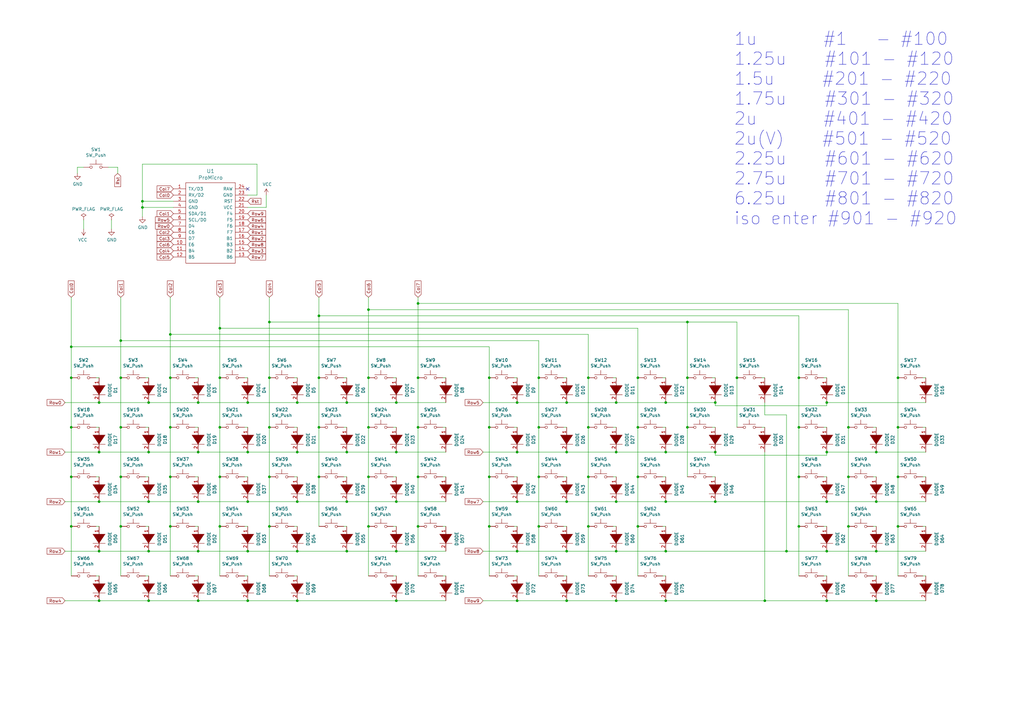
<source format=kicad_sch>
(kicad_sch (version 20230121) (generator eeschema)
  (paper "A3")
  (junction (at 347.98 195.58))
  (junction (at 29.21 175.26))
  (junction (at 327.66 154.94))
  (junction (at 359.41 246.38))
  (junction (at 81.28 185.42))
  (junction (at 60.96 165.1))
  (junction (at 339.09 185.42))
  (junction (at 162.56 185.42))
  (junction (at 171.45 154.94))
  (junction (at 212.09 226.06))
  (junction (at 29.21 215.9))
  (junction (at 252.73 185.42))
  (junction (at 29.21 142.24))
  (junction (at 60.96 246.38))
  (junction (at 293.37 185.42))
  (junction (at 322.58 226.06))
  (junction (at 359.41 185.42))
  (junction (at 200.66 175.26))
  (junction (at 69.85 175.26))
  (junction (at 151.13 175.26))
  (junction (at 49.53 139.7))
  (junction (at 273.05 226.06))
  (junction (at 40.64 205.74))
  (junction (at 252.73 165.1))
  (junction (at 241.3 154.94))
  (junction (at 220.98 215.9))
  (junction (at 90.17 134.62))
  (junction (at 293.37 165.1))
  (junction (at 60.96 185.42))
  (junction (at 171.45 215.9))
  (junction (at 232.41 185.42))
  (junction (at 90.17 154.94))
  (junction (at 273.05 185.42))
  (junction (at 90.17 175.26))
  (junction (at 220.98 175.26))
  (junction (at 212.09 185.42))
  (junction (at 281.94 154.94))
  (junction (at 232.41 226.06))
  (junction (at 339.09 226.06))
  (junction (at 200.66 154.94))
  (junction (at 81.28 226.06))
  (junction (at 121.92 205.74))
  (junction (at 359.41 226.06))
  (junction (at 130.81 129.54))
  (junction (at 29.21 154.94))
  (junction (at 232.41 205.74))
  (junction (at 339.09 205.74))
  (junction (at 171.45 175.26))
  (junction (at 69.85 215.9))
  (junction (at 162.56 246.38))
  (junction (at 232.41 165.1))
  (junction (at 121.92 185.42))
  (junction (at 347.98 215.9))
  (junction (at 151.13 154.94))
  (junction (at 49.53 175.26))
  (junction (at 29.21 195.58))
  (junction (at 200.66 215.9))
  (junction (at 142.24 185.42))
  (junction (at 110.49 215.9))
  (junction (at 273.05 205.74))
  (junction (at 69.85 154.94))
  (junction (at 232.41 246.38))
  (junction (at 220.98 195.58))
  (junction (at 241.3 175.26))
  (junction (at 90.17 195.58))
  (junction (at 261.62 154.94))
  (junction (at 252.73 226.06))
  (junction (at 327.66 215.9))
  (junction (at 40.64 165.1))
  (junction (at 162.56 165.1))
  (junction (at 130.81 175.26))
  (junction (at 101.6 165.1))
  (junction (at 110.49 175.26))
  (junction (at 347.98 175.26))
  (junction (at 261.62 195.58))
  (junction (at 90.17 215.9))
  (junction (at 162.56 226.06))
  (junction (at 110.49 132.08))
  (junction (at 151.13 215.9))
  (junction (at 327.66 195.58))
  (junction (at 293.37 205.74))
  (junction (at 368.3 154.94))
  (junction (at 151.13 195.58))
  (junction (at 339.09 165.1))
  (junction (at 151.13 127))
  (junction (at 121.92 226.06))
  (junction (at 241.3 195.58))
  (junction (at 212.09 246.38))
  (junction (at 252.73 205.74))
  (junction (at 130.81 195.58))
  (junction (at 212.09 205.74))
  (junction (at 101.6 185.42))
  (junction (at 101.6 205.74))
  (junction (at 252.73 246.38))
  (junction (at 40.64 185.42))
  (junction (at 101.6 226.06))
  (junction (at 220.98 154.94))
  (junction (at 58.42 82.55))
  (junction (at 49.53 215.9))
  (junction (at 273.05 165.1))
  (junction (at 81.28 246.38))
  (junction (at 241.3 215.9))
  (junction (at 40.64 246.38))
  (junction (at 281.94 132.08))
  (junction (at 261.62 175.26))
  (junction (at 110.49 154.94))
  (junction (at 273.05 246.38))
  (junction (at 60.96 226.06))
  (junction (at 261.62 215.9))
  (junction (at 171.45 195.58))
  (junction (at 58.42 85.09))
  (junction (at 327.66 175.26))
  (junction (at 69.85 195.58))
  (junction (at 302.26 154.94))
  (junction (at 200.66 195.58))
  (junction (at 121.92 246.38))
  (junction (at 142.24 226.06))
  (junction (at 171.45 124.46))
  (junction (at 130.81 154.94))
  (junction (at 60.96 205.74))
  (junction (at 359.41 205.74))
  (junction (at 110.49 195.58))
  (junction (at 142.24 205.74))
  (junction (at 313.69 246.38))
  (junction (at 212.09 165.1))
  (junction (at 121.92 165.1))
  (junction (at 142.24 165.1))
  (junction (at 368.3 175.26))
  (junction (at 81.28 165.1))
  (junction (at 101.6 246.38))
  (junction (at 368.3 215.9))
  (junction (at 40.64 226.06))
  (junction (at 368.3 195.58))
  (junction (at 69.85 137.16))
  (junction (at 49.53 154.94))
  (junction (at 339.09 246.38))
  (junction (at 81.28 205.74))
  (junction (at 49.53 195.58))
  (junction (at 281.94 175.26))
  (junction (at 162.56 205.74))
  (no_connect (at 101.6 77.47))
  (wire (pts (xy 40.64 165.1) (xy 26.67 165.1)))
  (wire (pts (xy 312.42 154.94) (xy 313.69 154.94)))
  (wire (pts (xy 252.73 175.26) (xy 251.46 175.26)))
  (wire (pts (xy 281.94 132.08) (xy 302.26 132.08)))
  (wire (pts (xy 120.65 175.26) (xy 121.92 175.26)))
  (wire (pts (xy 40.64 226.06) (xy 26.67 226.06)))
  (wire (pts (xy 60.96 246.38) (xy 40.64 246.38)))
  (wire (pts (xy 69.85 121.92) (xy 69.85 137.16)))
  (wire (pts (xy 273.05 205.74) (xy 293.37 205.74)))
  (wire (pts (xy 293.37 186.69) (xy 339.09 186.69)))
  (wire (pts (xy 142.24 215.9) (xy 140.97 215.9)))
  (wire (pts (xy 261.62 175.26) (xy 261.62 154.94)))
  (wire (pts (xy 151.13 215.9) (xy 151.13 195.58)))
  (wire (pts (xy 339.09 246.38) (xy 359.41 246.38)))
  (wire (pts (xy 39.37 154.94) (xy 40.64 154.94)))
  (wire (pts (xy 40.64 205.74) (xy 60.96 205.74)))
  (wire (pts (xy 80.01 195.58) (xy 81.28 195.58)))
  (wire (pts (xy 293.37 166.37) (xy 339.09 166.37)))
  (wire (pts (xy 26.67 205.74) (xy 40.64 205.74)))
  (wire (pts (xy 252.73 185.42) (xy 232.41 185.42)))
  (wire (pts (xy 49.53 121.92) (xy 49.53 139.7)))
  (wire (pts (xy 281.94 175.26) (xy 281.94 154.94)))
  (wire (pts (xy 90.17 215.9) (xy 90.17 236.22)))
  (wire (pts (xy 100.33 236.22) (xy 101.6 236.22)))
  (wire (pts (xy 313.69 170.18) (xy 313.69 165.1)))
  (wire (pts (xy 327.66 215.9) (xy 327.66 195.58)))
  (wire (pts (xy 232.41 185.42) (xy 212.09 185.42)))
  (wire (pts (xy 368.3 124.46) (xy 171.45 124.46)))
  (wire (pts (xy 293.37 205.74) (xy 339.09 205.74)))
  (wire (pts (xy 151.13 121.92) (xy 151.13 127)))
  (wire (pts (xy 59.69 195.58) (xy 60.96 195.58)))
  (wire (pts (xy 39.37 195.58) (xy 40.64 195.58)))
  (wire (pts (xy 69.85 137.16) (xy 69.85 154.94)))
  (wire (pts (xy 241.3 195.58) (xy 241.3 175.26)))
  (wire (pts (xy 140.97 175.26) (xy 142.24 175.26)))
  (wire (pts (xy 101.6 154.94) (xy 100.33 154.94)))
  (wire (pts (xy 69.85 236.22) (xy 69.85 215.9)))
  (wire (pts (xy 358.14 236.22) (xy 359.41 236.22)))
  (wire (pts (xy 121.92 205.74) (xy 101.6 205.74)))
  (wire (pts (xy 252.73 215.9) (xy 251.46 215.9)))
  (wire (pts (xy 90.17 195.58) (xy 90.17 175.26)))
  (wire (pts (xy 231.14 195.58) (xy 232.41 195.58)))
  (wire (pts (xy 121.92 185.42) (xy 101.6 185.42)))
  (wire (pts (xy 232.41 226.06) (xy 212.09 226.06)))
  (wire (pts (xy 379.73 205.74) (xy 359.41 205.74)))
  (wire (pts (xy 58.42 82.55) (xy 58.42 85.09)))
  (wire (pts (xy 212.09 226.06) (xy 198.12 226.06)))
  (wire (pts (xy 182.88 215.9) (xy 181.61 215.9)))
  (wire (pts (xy 110.49 121.92) (xy 110.49 132.08)))
  (wire (pts (xy 379.73 226.06) (xy 359.41 226.06)))
  (wire (pts (xy 200.66 142.24) (xy 200.66 154.94)))
  (wire (pts (xy 59.69 236.22) (xy 60.96 236.22)))
  (wire (pts (xy 220.98 139.7) (xy 220.98 154.94)))
  (wire (pts (xy 121.92 226.06) (xy 101.6 226.06)))
  (wire (pts (xy 261.62 195.58) (xy 261.62 175.26)))
  (wire (pts (xy 110.49 236.22) (xy 110.49 215.9)))
  (wire (pts (xy 101.6 205.74) (xy 81.28 205.74)))
  (wire (pts (xy 212.09 165.1) (xy 198.12 165.1)))
  (wire (pts (xy 26.67 185.42) (xy 40.64 185.42)))
  (wire (pts (xy 359.41 185.42) (xy 339.09 185.42)))
  (wire (pts (xy 337.82 175.26) (xy 339.09 175.26)))
  (wire (pts (xy 69.85 175.26) (xy 69.85 154.94)))
  (wire (pts (xy 142.24 205.74) (xy 121.92 205.74)))
  (wire (pts (xy 110.49 195.58) (xy 110.49 175.26)))
  (wire (pts (xy 49.53 139.7) (xy 49.53 154.94)))
  (wire (pts (xy 313.69 185.42) (xy 313.69 246.38)))
  (wire (pts (xy 130.81 195.58) (xy 130.81 175.26)))
  (wire (pts (xy 151.13 175.26) (xy 151.13 154.94)))
  (wire (pts (xy 359.41 226.06) (xy 339.09 226.06)))
  (wire (pts (xy 232.41 165.1) (xy 212.09 165.1)))
  (wire (pts (xy 121.92 246.38) (xy 162.56 246.38)))
  (wire (pts (xy 358.14 195.58) (xy 359.41 195.58)))
  (wire (pts (xy 232.41 215.9) (xy 231.14 215.9)))
  (wire (pts (xy 368.3 124.46) (xy 368.3 154.94)))
  (wire (pts (xy 220.98 175.26) (xy 220.98 154.94)))
  (wire (pts (xy 337.82 195.58) (xy 339.09 195.58)))
  (wire (pts (xy 322.58 170.18) (xy 322.58 226.06)))
  (wire (pts (xy 337.82 215.9) (xy 339.09 215.9)))
  (wire (pts (xy 80.01 236.22) (xy 81.28 236.22)))
  (wire (pts (xy 200.66 175.26) (xy 200.66 154.94)))
  (wire (pts (xy 347.98 236.22) (xy 347.98 215.9)))
  (wire (pts (xy 378.46 154.94) (xy 379.73 154.94)))
  (wire (pts (xy 273.05 226.06) (xy 252.73 226.06)))
  (wire (pts (xy 313.69 246.38) (xy 339.09 246.38)))
  (wire (pts (xy 90.17 134.62) (xy 261.62 134.62)))
  (wire (pts (xy 29.21 154.94) (xy 29.21 175.26)))
  (wire (pts (xy 162.56 246.38) (xy 182.88 246.38)))
  (wire (pts (xy 182.88 226.06) (xy 162.56 226.06)))
  (wire (pts (xy 368.3 154.94) (xy 368.3 175.26)))
  (wire (pts (xy 142.24 226.06) (xy 121.92 226.06)))
  (wire (pts (xy 212.09 205.74) (xy 198.12 205.74)))
  (wire (pts (xy 69.85 137.16) (xy 241.3 137.16)))
  (wire (pts (xy 293.37 175.26) (xy 292.1 175.26)))
  (wire (pts (xy 121.92 165.1) (xy 101.6 165.1)))
  (wire (pts (xy 378.46 175.26) (xy 379.73 175.26)))
  (wire (pts (xy 302.26 132.08) (xy 302.26 154.94)))
  (wire (pts (xy 29.21 236.22) (xy 29.21 215.9)))
  (wire (pts (xy 151.13 127) (xy 347.98 127)))
  (wire (pts (xy 212.09 246.38) (xy 232.41 246.38)))
  (wire (pts (xy 261.62 134.62) (xy 261.62 154.94)))
  (wire (pts (xy 69.85 215.9) (xy 69.85 195.58)))
  (wire (pts (xy 120.65 236.22) (xy 121.92 236.22)))
  (wire (pts (xy 100.33 195.58) (xy 101.6 195.58)))
  (wire (pts (xy 49.53 175.26) (xy 49.53 154.94)))
  (wire (pts (xy 49.53 195.58) (xy 49.53 175.26)))
  (wire (pts (xy 58.42 85.09) (xy 58.42 88.9)))
  (wire (pts (xy 60.96 165.1) (xy 40.64 165.1)))
  (wire (pts (xy 101.6 80.01) (xy 105.41 80.01)))
  (wire (pts (xy 34.29 68.58) (xy 31.75 68.58)))
  (wire (pts (xy 109.22 85.09) (xy 109.22 80.01)))
  (wire (pts (xy 339.09 166.37) (xy 339.09 165.1)))
  (wire (pts (xy 121.92 246.38) (xy 101.6 246.38)))
  (wire (pts (xy 110.49 132.08) (xy 110.49 154.94)))
  (wire (pts (xy 120.65 195.58) (xy 121.92 195.58)))
  (wire (pts (xy 110.49 175.26) (xy 110.49 154.94)))
  (wire (pts (xy 368.3 236.22) (xy 368.3 215.9)))
  (wire (pts (xy 29.21 142.24) (xy 200.66 142.24)))
  (wire (pts (xy 60.96 226.06) (xy 40.64 226.06)))
  (wire (pts (xy 40.64 175.26) (xy 39.37 175.26)))
  (wire (pts (xy 327.66 154.94) (xy 327.66 129.54)))
  (wire (pts (xy 71.12 82.55) (xy 58.42 82.55)))
  (wire (pts (xy 90.17 134.62) (xy 90.17 154.94)))
  (wire (pts (xy 80.01 175.26) (xy 81.28 175.26)))
  (wire (pts (xy 151.13 127) (xy 151.13 154.94)))
  (wire (pts (xy 162.56 185.42) (xy 142.24 185.42)))
  (wire (pts (xy 252.73 246.38) (xy 273.05 246.38)))
  (wire (pts (xy 347.98 195.58) (xy 347.98 175.26)))
  (wire (pts (xy 200.66 215.9) (xy 200.66 195.58)))
  (wire (pts (xy 271.78 195.58) (xy 273.05 195.58)))
  (wire (pts (xy 347.98 127) (xy 347.98 175.26)))
  (wire (pts (xy 261.62 215.9) (xy 261.62 195.58)))
  (wire (pts (xy 251.46 236.22) (xy 252.73 236.22)))
  (wire (pts (xy 182.88 165.1) (xy 162.56 165.1)))
  (wire (pts (xy 171.45 195.58) (xy 171.45 175.26)))
  (wire (pts (xy 368.3 195.58) (xy 368.3 175.26)))
  (wire (pts (xy 162.56 215.9) (xy 161.29 215.9)))
  (wire (pts (xy 81.28 246.38) (xy 60.96 246.38)))
  (wire (pts (xy 100.33 175.26) (xy 101.6 175.26)))
  (wire (pts (xy 273.05 175.26) (xy 271.78 175.26)))
  (wire (pts (xy 151.13 195.58) (xy 151.13 175.26)))
  (wire (pts (xy 232.41 205.74) (xy 212.09 205.74)))
  (wire (pts (xy 130.81 175.26) (xy 130.81 154.94)))
  (wire (pts (xy 232.41 236.22) (xy 231.14 236.22)))
  (wire (pts (xy 45.72 90.17) (xy 45.72 93.98)))
  (wire (pts (xy 327.66 195.58) (xy 327.66 175.26)))
  (wire (pts (xy 271.78 154.94) (xy 273.05 154.94)))
  (wire (pts (xy 49.53 215.9) (xy 49.53 195.58)))
  (wire (pts (xy 101.6 165.1) (xy 81.28 165.1)))
  (wire (pts (xy 59.69 215.9) (xy 60.96 215.9)))
  (wire (pts (xy 181.61 236.22) (xy 182.88 236.22)))
  (wire (pts (xy 130.81 129.54) (xy 327.66 129.54)))
  (wire (pts (xy 241.3 215.9) (xy 241.3 195.58)))
  (wire (pts (xy 105.41 67.31) (xy 58.42 67.31)))
  (wire (pts (xy 378.46 236.22) (xy 379.73 236.22)))
  (wire (pts (xy 337.82 154.94) (xy 339.09 154.94)))
  (wire (pts (xy 182.88 205.74) (xy 162.56 205.74)))
  (wire (pts (xy 313.69 170.18) (xy 322.58 170.18)))
  (wire (pts (xy 69.85 195.58) (xy 69.85 175.26)))
  (wire (pts (xy 39.37 215.9) (xy 40.64 215.9)))
  (wire (pts (xy 241.3 137.16) (xy 241.3 154.94)))
  (wire (pts (xy 292.1 154.94) (xy 293.37 154.94)))
  (wire (pts (xy 231.14 154.94) (xy 232.41 154.94)))
  (wire (pts (xy 140.97 154.94) (xy 142.24 154.94)))
  (wire (pts (xy 130.81 129.54) (xy 130.81 154.94)))
  (wire (pts (xy 241.3 175.26) (xy 241.3 154.94)))
  (wire (pts (xy 171.45 236.22) (xy 171.45 215.9)))
  (wire (pts (xy 101.6 246.38) (xy 81.28 246.38)))
  (wire (pts (xy 151.13 215.9) (xy 151.13 236.22)))
  (wire (pts (xy 337.82 236.22) (xy 339.09 236.22)))
  (wire (pts (xy 105.41 80.01) (xy 105.41 67.31)))
  (wire (pts (xy 182.88 195.58) (xy 181.61 195.58)))
  (wire (pts (xy 29.21 142.24) (xy 29.21 154.94)))
  (wire (pts (xy 161.29 175.26) (xy 162.56 175.26)))
  (wire (pts (xy 293.37 185.42) (xy 293.37 186.69)))
  (wire (pts (xy 198.12 246.38) (xy 212.09 246.38)))
  (wire (pts (xy 182.88 175.26) (xy 181.61 175.26)))
  (wire (pts (xy 292.1 195.58) (xy 293.37 195.58)))
  (wire (pts (xy 273.05 205.74) (xy 252.73 205.74)))
  (wire (pts (xy 31.75 68.58) (xy 31.75 71.12)))
  (wire (pts (xy 49.53 139.7) (xy 220.98 139.7)))
  (wire (pts (xy 181.61 154.94) (xy 182.88 154.94)))
  (wire (pts (xy 378.46 215.9) (xy 379.73 215.9)))
  (wire (pts (xy 161.29 154.94) (xy 162.56 154.94)))
  (wire (pts (xy 40.64 185.42) (xy 60.96 185.42)))
  (wire (pts (xy 90.17 175.26) (xy 90.17 154.94)))
  (wire (pts (xy 273.05 185.42) (xy 252.73 185.42)))
  (wire (pts (xy 210.82 236.22) (xy 212.09 236.22)))
  (wire (pts (xy 142.24 185.42) (xy 121.92 185.42)))
  (wire (pts (xy 200.66 236.22) (xy 200.66 215.9)))
  (wire (pts (xy 339.09 226.06) (xy 322.58 226.06)))
  (wire (pts (xy 59.69 154.94) (xy 60.96 154.94)))
  (wire (pts (xy 378.46 195.58) (xy 379.73 195.58)))
  (wire (pts (xy 140.97 195.58) (xy 142.24 195.58)))
  (wire (pts (xy 210.82 215.9) (xy 212.09 215.9)))
  (wire (pts (xy 293.37 165.1) (xy 293.37 166.37)))
  (wire (pts (xy 71.12 85.09) (xy 58.42 85.09)))
  (wire (pts (xy 252.73 226.06) (xy 232.41 226.06)))
  (wire (pts (xy 39.37 236.22) (xy 40.64 236.22)))
  (wire (pts (xy 273.05 165.1) (xy 252.73 165.1)))
  (wire (pts (xy 359.41 205.74) (xy 339.09 205.74)))
  (wire (pts (xy 200.66 195.58) (xy 200.66 175.26)))
  (wire (pts (xy 171.45 175.26) (xy 171.45 154.94)))
  (wire (pts (xy 359.41 246.38) (xy 379.73 246.38)))
  (wire (pts (xy 130.81 195.58) (xy 130.81 215.9)))
  (wire (pts (xy 220.98 195.58) (xy 220.98 175.26)))
  (wire (pts (xy 241.3 236.22) (xy 241.3 215.9)))
  (wire (pts (xy 49.53 236.22) (xy 49.53 215.9)))
  (wire (pts (xy 302.26 154.94) (xy 302.26 175.26)))
  (wire (pts (xy 81.28 165.1) (xy 60.96 165.1)))
  (wire (pts (xy 322.58 226.06) (xy 273.05 226.06)))
  (wire (pts (xy 358.14 175.26) (xy 359.41 175.26)))
  (wire (pts (xy 327.66 236.22) (xy 327.66 215.9)))
  (wire (pts (xy 142.24 165.1) (xy 121.92 165.1)))
  (wire (pts (xy 379.73 185.42) (xy 359.41 185.42)))
  (wire (pts (xy 81.28 205.74) (xy 60.96 205.74)))
  (wire (pts (xy 110.49 132.08) (xy 281.94 132.08)))
  (wire (pts (xy 29.21 175.26) (xy 29.21 195.58)))
  (wire (pts (xy 252.73 205.74) (xy 232.41 205.74)))
  (wire (pts (xy 40.64 246.38) (xy 26.67 246.38)))
  (wire (pts (xy 162.56 236.22) (xy 161.29 236.22)))
  (wire (pts (xy 101.6 226.06) (xy 81.28 226.06)))
  (wire (pts (xy 212.09 185.42) (xy 198.12 185.42)))
  (wire (pts (xy 312.42 175.26) (xy 313.69 175.26)))
  (wire (pts (xy 80.01 215.9) (xy 81.28 215.9)))
  (wire (pts (xy 231.14 175.26) (xy 232.41 175.26)))
  (wire (pts (xy 293.37 165.1) (xy 273.05 165.1)))
  (wire (pts (xy 171.45 215.9) (xy 171.45 195.58)))
  (wire (pts (xy 358.14 215.9) (xy 359.41 215.9)))
  (wire (pts (xy 80.01 154.94) (xy 81.28 154.94)))
  (wire (pts (xy 347.98 215.9) (xy 347.98 195.58)))
  (wire (pts (xy 210.82 154.94) (xy 212.09 154.94)))
  (wire (pts (xy 281.94 195.58) (xy 281.94 175.26)))
  (wire (pts (xy 212.09 195.58) (xy 210.82 195.58)))
  (wire (pts (xy 101.6 85.09) (xy 109.22 85.09)))
  (wire (pts (xy 171.45 121.92) (xy 171.45 124.46)))
  (wire (pts (xy 162.56 226.06) (xy 142.24 226.06)))
  (wire (pts (xy 220.98 215.9) (xy 220.98 236.22)))
  (wire (pts (xy 251.46 195.58) (xy 252.73 195.58)))
  (wire (pts (xy 182.88 185.42) (xy 162.56 185.42)))
  (wire (pts (xy 251.46 154.94) (xy 252.73 154.94)))
  (wire (pts (xy 161.29 195.58) (xy 162.56 195.58)))
  (wire (pts (xy 81.28 185.42) (xy 60.96 185.42)))
  (wire (pts (xy 90.17 215.9) (xy 90.17 195.58)))
  (wire (pts (xy 212.09 175.26) (xy 210.82 175.26)))
  (wire (pts (xy 120.65 215.9) (xy 121.92 215.9)))
  (wire (pts (xy 100.33 215.9) (xy 101.6 215.9)))
  (wire (pts (xy 368.3 215.9) (xy 368.3 195.58)))
  (wire (pts (xy 339.09 186.69) (xy 339.09 185.42)))
  (wire (pts (xy 232.41 246.38) (xy 252.73 246.38)))
  (wire (pts (xy 271.78 236.22) (xy 273.05 236.22)))
  (wire (pts (xy 281.94 132.08) (xy 281.94 154.94)))
  (wire (pts (xy 339.09 165.1) (xy 379.73 165.1)))
  (wire (pts (xy 29.21 121.92) (xy 29.21 142.24)))
  (wire (pts (xy 162.56 205.74) (xy 142.24 205.74)))
  (wire (pts (xy 81.28 226.06) (xy 60.96 226.06)))
  (wire (pts (xy 130.81 121.92) (xy 130.81 129.54)))
  (wire (pts (xy 293.37 185.42) (xy 273.05 185.42)))
  (wire (pts (xy 162.56 165.1) (xy 142.24 165.1)))
  (wire (pts (xy 48.26 68.58) (xy 48.26 71.12)))
  (wire (pts (xy 220.98 215.9) (xy 220.98 195.58)))
  (wire (pts (xy 59.69 175.26) (xy 60.96 175.26)))
  (wire (pts (xy 327.66 175.26) (xy 327.66 154.94)))
  (wire (pts (xy 110.49 215.9) (xy 110.49 195.58)))
  (wire (pts (xy 34.29 90.17) (xy 34.29 93.98)))
  (wire (pts (xy 44.45 68.58) (xy 48.26 68.58)))
  (wire (pts (xy 120.65 154.94) (xy 121.92 154.94)))
  (wire (pts (xy 171.45 124.46) (xy 171.45 154.94)))
  (wire (pts (xy 58.42 67.31) (xy 58.42 82.55)))
  (wire (pts (xy 273.05 215.9) (xy 271.78 215.9)))
  (wire (pts (xy 313.69 246.38) (xy 273.05 246.38)))
  (wire (pts (xy 29.21 195.58) (xy 29.21 215.9)))
  (wire (pts (xy 261.62 215.9) (xy 261.62 236.22)))
  (wire (pts (xy 101.6 185.42) (xy 81.28 185.42)))
  (wire (pts (xy 252.73 165.1) (xy 232.41 165.1)))
  (wire (pts (xy 90.17 121.92) (xy 90.17 134.62)))
  (text "1u       #1   - #100\n1.25u    #101 - #120\n1.5u     #201 - #220\n1.75u    #301 - #320\n2u       #401 - #420\n2u(V)    #501 - #520\n2.25u    #601 - #620\n2.75u    #701 - #720\n6.25u    #801 - #820\niso enter #901 - #920" (at 300.99 92.71 0) (effects (font (size 5.08 5.08)) (justify left bottom)))
  (global_label "Row2" (shape input) (at 101.6 97.79 0) (property "Intersheetrefs" "${INTERSHEET_REFS}" (effects hide)))
  (global_label "Col5" (shape input) (at 71.12 105.41 180) (property "Intersheetrefs" "${INTERSHEET_REFS}" (effects hide)))
  (global_label "Row1" (shape input) (at 101.6 95.25 0) (property "Intersheetrefs" "${INTERSHEET_REFS}" (effects hide)))
  (global_label "Col4" (shape input) (at 71.12 102.87 180) (property "Intersheetrefs" "${INTERSHEET_REFS}" (effects hide)))
  (global_label "Row4" (shape input) (at 101.6 92.71 0) (property "Intersheetrefs" "${INTERSHEET_REFS}" (effects hide)))
  (global_label "Row0" (shape input) (at 71.12 92.71 180) (property "Intersheetrefs" "${INTERSHEET_REFS}" (effects hide)))
  (global_label "Row1" (shape input) (at 26.67 185.42 180) (property "Intersheetrefs" "${INTERSHEET_REFS}" (effects hide)))
  (global_label "Row9" (shape input) (at 101.6 87.63 0) (property "Intersheetrefs" "${INTERSHEET_REFS}" (effects hide)))
  (global_label "Row5" (shape input) (at 198.12 165.1 180) (property "Intersheetrefs" "${INTERSHEET_REFS}" (effects hide)))
  (global_label "Row4" (shape input) (at 26.67 246.38 180) (property "Intersheetrefs" "${INTERSHEET_REFS}" (effects hide)))
  (global_label "Col7" (shape input) (at 171.45 121.92 90) (property "Intersheetrefs" "${INTERSHEET_REFS}" (effects hide)))
  (global_label "Col0" (shape input) (at 29.21 121.92 90) (property "Intersheetrefs" "${INTERSHEET_REFS}" (effects hide)))
  (global_label "Col5" (shape input) (at 130.81 121.92 90) (property "Intersheetrefs" "${INTERSHEET_REFS}" (effects hide)))
  (global_label "Col4" (shape input) (at 110.49 121.92 90) (property "Intersheetrefs" "${INTERSHEET_REFS}" (effects hide)))
  (global_label "Row3" (shape input) (at 101.6 102.87 0) (property "Intersheetrefs" "${INTERSHEET_REFS}" (effects hide)))
  (global_label "Row5" (shape input) (at 71.12 90.17 180) (property "Intersheetrefs" "${INTERSHEET_REFS}" (effects hide)))
  (global_label "Row9" (shape input) (at 198.12 246.38 180) (property "Intersheetrefs" "${INTERSHEET_REFS}" (effects hide)))
  (global_label "Row6" (shape input) (at 101.6 90.17 0) (property "Intersheetrefs" "${INTERSHEET_REFS}" (effects hide)))
  (global_label "Col3" (shape input) (at 71.12 97.79 180) (property "Intersheetrefs" "${INTERSHEET_REFS}" (effects hide)))
  (global_label "Row6" (shape input) (at 198.12 185.42 180) (property "Intersheetrefs" "${INTERSHEET_REFS}" (effects hide)))
  (global_label "Col2" (shape input) (at 71.12 95.25 180) (property "Intersheetrefs" "${INTERSHEET_REFS}" (effects hide)))
  (global_label "Row8" (shape input) (at 101.6 100.33 0) (property "Intersheetrefs" "${INTERSHEET_REFS}" (effects hide)))
  (global_label "Row2" (shape input) (at 26.67 205.74 180) (property "Intersheetrefs" "${INTERSHEET_REFS}" (effects hide)))
  (global_label "Row3" (shape input) (at 26.67 226.06 180) (property "Intersheetrefs" "${INTERSHEET_REFS}" (effects hide)))
  (global_label "Col6" (shape input) (at 71.12 100.33 180) (property "Intersheetrefs" "${INTERSHEET_REFS}" (effects hide)))
  (global_label "Col6" (shape input) (at 151.13 121.92 90) (property "Intersheetrefs" "${INTERSHEET_REFS}" (effects hide)))
  (global_label "Col1" (shape input) (at 71.12 87.63 180) (property "Intersheetrefs" "${INTERSHEET_REFS}" (effects hide)))
  (global_label "Row7" (shape input) (at 101.6 105.41 0) (property "Intersheetrefs" "${INTERSHEET_REFS}" (effects hide)))
  (global_label "Rst" (shape input) (at 101.6 82.55 0) (property "Intersheetrefs" "${INTERSHEET_REFS}" (effects hide)))
  (global_label "Col0" (shape input) (at 71.12 80.01 180) (property "Intersheetrefs" "${INTERSHEET_REFS}" (effects hide)))
  (global_label "Row7" (shape input) (at 198.12 205.74 180) (property "Intersheetrefs" "${INTERSHEET_REFS}" (effects hide)))
  (global_label "Col3" (shape input) (at 90.17 121.92 90) (property "Intersheetrefs" "${INTERSHEET_REFS}" (effects hide)))
  (global_label "Col2" (shape input) (at 69.85 121.92 90) (property "Intersheetrefs" "${INTERSHEET_REFS}" (effects hide)))
  (global_label "Row0" (shape input) (at 26.67 165.1 180) (property "Intersheetrefs" "${INTERSHEET_REFS}" (effects hide)))
  (global_label "Col1" (shape input) (at 49.53 121.92 90) (property "Intersheetrefs" "${INTERSHEET_REFS}" (effects hide)))
  (global_label "Col7" (shape input) (at 71.12 77.47 180) (property "Intersheetrefs" "${INTERSHEET_REFS}" (effects hide)))
  (global_label "Rst" (shape input) (at 48.26 71.12 270) (property "Intersheetrefs" "${INTERSHEET_REFS}" (effects hide)))
  (global_label "Row8" (shape input) (at 198.12 226.06 180) (property "Intersheetrefs" "${INTERSHEET_REFS}" (effects hide)))
  (symbol (lib_id "pspice:DIODE") (at 40.64 160.02 270) (unit 1)
    (property "Reference" "D1" (at 47.371 160.02 0))
    (property "Value" "DIODE" (at 45.0596 160.02 0))
    (property "Footprint" "MyFootprint:D3_TH_SMD_v2_1" (effects hide))
  )
  (symbol (lib_id "Switch:SW_Push") (at 34.29 154.94 0) (unit 1)
    (property "Reference" "SW2" (at 34.29 147.701 0))
    (property "Value" "SW_Push" (at 34.29 150.0124 0))
    (property "Footprint" "MyFootprint:SW_Cherry_MX_1.00u_1" (effects hide))
  )
  (symbol (lib_id "pspice:DIODE") (at 60.96 160.02 270) (unit 1)
    (property "Reference" "D2" (at 67.691 160.02 0))
    (property "Value" "DIODE" (at 65.3796 160.02 0))
    (property "Footprint" "MyFootprint:D3_TH_SMD_v2_1" (effects hide))
  )
  (symbol (lib_id "Switch:SW_Push") (at 54.61 154.94 0) (unit 1)
    (property "Reference" "SW3" (at 54.61 147.701 0))
    (property "Value" "SW_Push" (at 54.61 150.0124 0))
    (property "Footprint" "MyFootprint:SW_Cherry_MX_1.00u_1" (effects hide))
  )
  (symbol (lib_id "pspice:DIODE") (at 81.28 160.02 270) (unit 1)
    (property "Reference" "D3" (at 88.011 160.02 0))
    (property "Value" "DIODE" (at 85.6996 160.02 0))
    (property "Footprint" "MyFootprint:D3_TH_SMD_v2_1" (effects hide))
  )
  (symbol (lib_id "Switch:SW_Push") (at 74.93 154.94 0) (unit 1)
    (property "Reference" "SW4" (at 74.93 147.701 0))
    (property "Value" "SW_Push" (at 74.93 150.0124 0))
    (property "Footprint" "MyFootprint:SW_Cherry_MX_1.00u_1" (effects hide))
  )
  (symbol (lib_id "pspice:DIODE") (at 101.6 160.02 270) (unit 1)
    (property "Reference" "D4" (at 108.331 160.02 0))
    (property "Value" "DIODE" (at 106.0196 160.02 0))
    (property "Footprint" "MyFootprint:D3_TH_SMD_v2_1" (effects hide))
  )
  (symbol (lib_id "Switch:SW_Push") (at 95.25 154.94 0) (unit 1)
    (property "Reference" "SW5" (at 95.25 147.701 0))
    (property "Value" "SW_Push" (at 95.25 150.0124 0))
    (property "Footprint" "MyFootprint:SW_Cherry_MX_1.00u_1" (effects hide))
  )
  (symbol (lib_id "pspice:DIODE") (at 121.92 160.02 270) (unit 1)
    (property "Reference" "D5" (at 128.651 160.02 0))
    (property "Value" "DIODE" (at 126.3396 160.02 0))
    (property "Footprint" "MyFootprint:D3_TH_SMD_v2_1" (effects hide))
  )
  (symbol (lib_id "Switch:SW_Push") (at 115.57 154.94 0) (unit 1)
    (property "Reference" "SW6" (at 115.57 147.701 0))
    (property "Value" "SW_Push" (at 115.57 150.0124 0))
    (property "Footprint" "MyFootprint:SW_Cherry_MX_1.00u_1" (effects hide))
  )
  (symbol (lib_id "pspice:DIODE") (at 142.24 160.02 270) (unit 1)
    (property "Reference" "D6" (at 148.971 160.02 0))
    (property "Value" "DIODE" (at 146.6596 160.02 0))
    (property "Footprint" "MyFootprint:D3_TH_SMD_v2_1" (effects hide))
  )
  (symbol (lib_id "Switch:SW_Push") (at 135.89 154.94 0) (unit 1)
    (property "Reference" "SW7" (at 135.89 147.701 0))
    (property "Value" "SW_Push" (at 135.89 150.0124 0))
    (property "Footprint" "MyFootprint:SW_Cherry_MX_1.00u_1" (effects hide))
  )
  (symbol (lib_id "pspice:DIODE") (at 162.56 160.02 270) (unit 1)
    (property "Reference" "D7" (at 169.291 160.02 0))
    (property "Value" "DIODE" (at 166.9796 160.02 0))
    (property "Footprint" "MyFootprint:D3_TH_SMD_v2_1" (effects hide))
  )
  (symbol (lib_id "Switch:SW_Push") (at 156.21 154.94 0) (unit 1)
    (property "Reference" "SW8" (at 156.21 147.701 0))
    (property "Value" "SW_Push" (at 156.21 150.0124 0))
    (property "Footprint" "MyFootprint:SW_Cherry_MX_1.00u_1" (effects hide))
  )
  (symbol (lib_id "pspice:DIODE") (at 182.88 160.02 270) (unit 1)
    (property "Reference" "D8" (at 189.611 160.02 0))
    (property "Value" "DIODE" (at 187.2996 160.02 0))
    (property "Footprint" "MyFootprint:D3_TH_SMD_v2_1" (effects hide))
  )
  (symbol (lib_id "Switch:SW_Push") (at 176.53 154.94 0) (unit 1)
    (property "Reference" "SW9" (at 176.53 147.701 0))
    (property "Value" "SW_Push" (at 176.53 150.0124 0))
    (property "Footprint" "MyFootprint:SW_Cherry_MX_1.00u_1" (effects hide))
  )
  (symbol (lib_id "pspice:DIODE") (at 212.09 160.02 270) (unit 1)
    (property "Reference" "D9" (at 218.821 160.02 0))
    (property "Value" "DIODE" (at 216.5096 160.02 0))
    (property "Footprint" "MyFootprint:D3_TH_SMD_v2_1" (effects hide))
  )
  (symbol (lib_id "Switch:SW_Push") (at 205.74 154.94 0) (unit 1)
    (property "Reference" "SW10" (at 205.74 147.701 0))
    (property "Value" "SW_Push" (at 205.74 150.0124 0))
    (property "Footprint" "MyFootprint:SW_Cherry_MX_1.00u_1" (effects hide))
  )
  (symbol (lib_id "pspice:DIODE") (at 232.41 160.02 270) (unit 1)
    (property "Reference" "D10" (at 239.141 160.02 0))
    (property "Value" "DIODE" (at 236.8296 160.02 0))
    (property "Footprint" "MyFootprint:D3_TH_SMD_v2_1" (effects hide))
  )
  (symbol (lib_id "Switch:SW_Push") (at 226.06 154.94 0) (unit 1)
    (property "Reference" "SW11" (at 226.06 147.701 0))
    (property "Value" "SW_Push" (at 226.06 150.0124 0))
    (property "Footprint" "MyFootprint:SW_Cherry_MX_1.00u_1" (effects hide))
  )
  (symbol (lib_id "pspice:DIODE") (at 142.24 180.34 270) (unit 1)
    (property "Reference" "D22" (at 148.971 180.34 0))
    (property "Value" "DIODE" (at 146.6596 180.34 0))
    (property "Footprint" "MyFootprint:D3_TH_SMD_v2_1" (effects hide))
  )
  (symbol (lib_id "Switch:SW_Push") (at 135.89 175.26 0) (unit 1)
    (property "Reference" "SW23" (at 135.89 168.021 0))
    (property "Value" "SW_Push" (at 135.89 170.3324 0))
    (property "Footprint" "MyFootprint:SW_Cherry_MX_1.00u_1" (effects hide))
  )
  (symbol (lib_id "pspice:DIODE") (at 162.56 180.34 270) (unit 1)
    (property "Reference" "D23" (at 169.291 180.34 0))
    (property "Value" "DIODE" (at 166.9796 180.34 0))
    (property "Footprint" "MyFootprint:D3_TH_SMD_v2_1" (effects hide))
  )
  (symbol (lib_id "Switch:SW_Push") (at 156.21 175.26 0) (unit 1)
    (property "Reference" "SW24" (at 156.21 168.021 0))
    (property "Value" "SW_Push" (at 156.21 170.3324 0))
    (property "Footprint" "MyFootprint:SW_Cherry_MX_1.00u_1" (effects hide))
  )
  (symbol (lib_id "pspice:DIODE") (at 182.88 180.34 270) (unit 1)
    (property "Reference" "D24" (at 189.611 180.34 0))
    (property "Value" "DIODE" (at 187.2996 180.34 0))
    (property "Footprint" "MyFootprint:D3_TH_SMD_v2_1" (effects hide))
  )
  (symbol (lib_id "Switch:SW_Push") (at 176.53 175.26 0) (unit 1)
    (property "Reference" "SW25" (at 176.53 168.021 0))
    (property "Value" "SW_Push" (at 176.53 170.3324 0))
    (property "Footprint" "MyFootprint:SW_Cherry_MX_1.00u_1" (effects hide))
  )
  (symbol (lib_id "pspice:DIODE") (at 212.09 180.34 270) (unit 1)
    (property "Reference" "D25" (at 218.821 180.34 0))
    (property "Value" "DIODE" (at 216.5096 180.34 0))
    (property "Footprint" "MyFootprint:D3_TH_SMD_v2_1" (effects hide))
  )
  (symbol (lib_id "Switch:SW_Push") (at 205.74 175.26 0) (unit 1)
    (property "Reference" "SW26" (at 205.74 168.021 0))
    (property "Value" "SW_Push" (at 205.74 170.3324 0))
    (property "Footprint" "MyFootprint:SW_Cherry_MX_1.00u_1" (effects hide))
  )
  (symbol (lib_id "pspice:DIODE") (at 232.41 180.34 270) (unit 1)
    (property "Reference" "D26" (at 239.141 180.34 0))
    (property "Value" "DIODE" (at 236.8296 180.34 0))
    (property "Footprint" "MyFootprint:D3_TH_SMD_v2_1" (effects hide))
  )
  (symbol (lib_id "Switch:SW_Push") (at 226.06 175.26 0) (unit 1)
    (property "Reference" "SW27" (at 226.06 168.021 0))
    (property "Value" "SW_Push" (at 226.06 170.3324 0))
    (property "Footprint" "MyFootprint:SW_Cherry_MX_1.00u_1" (effects hide))
  )
  (symbol (lib_id "pspice:DIODE") (at 252.73 180.34 270) (unit 1)
    (property "Reference" "D27" (at 259.461 180.34 0))
    (property "Value" "DIODE" (at 257.1496 180.34 0))
    (property "Footprint" "MyFootprint:D3_TH_SMD_v2_1" (effects hide))
  )
  (symbol (lib_id "Switch:SW_Push") (at 246.38 175.26 0) (unit 1)
    (property "Reference" "SW28" (at 246.38 168.021 0))
    (property "Value" "SW_Push" (at 246.38 170.3324 0))
    (property "Footprint" "MyFootprint:SW_Cherry_MX_1.00u_1" (effects hide))
  )
  (symbol (lib_id "pspice:DIODE") (at 273.05 180.34 270) (unit 1)
    (property "Reference" "D28" (at 279.781 180.34 0))
    (property "Value" "DIODE" (at 277.4696 180.34 0))
    (property "Footprint" "MyFootprint:D3_TH_SMD_v2_1" (effects hide))
  )
  (symbol (lib_id "Switch:SW_Push") (at 266.7 175.26 0) (unit 1)
    (property "Reference" "SW29" (at 266.7 168.021 0))
    (property "Value" "SW_Push" (at 266.7 170.3324 0))
    (property "Footprint" "MyFootprint:SW_Cherry_MX_1.00u_1" (effects hide))
  )
  (symbol (lib_id "pspice:DIODE") (at 293.37 180.34 270) (unit 1)
    (property "Reference" "D29" (at 300.101 180.34 0))
    (property "Value" "DIODE" (at 297.7896 180.34 0))
    (property "Footprint" "MyFootprint:D3_TH_SMD_v2_1" (effects hide))
  )
  (symbol (lib_id "Switch:SW_Push") (at 287.02 175.26 0) (unit 1)
    (property "Reference" "SW30" (at 287.02 168.021 0))
    (property "Value" "SW_Push" (at 287.02 170.3324 0))
    (property "Footprint" "MyFootprint:SW_Cherry_MX_1.00u_1" (effects hide))
  )
  (symbol (lib_id "pspice:DIODE") (at 313.69 180.34 270) (unit 1)
    (property "Reference" "D30" (at 320.421 180.34 0))
    (property "Value" "DIODE" (at 318.1096 180.34 0))
    (property "Footprint" "MyFootprint:D3_TH_SMD_v2_1" (effects hide))
  )
  (symbol (lib_id "Switch:SW_Push") (at 307.34 175.26 0) (unit 1)
    (property "Reference" "SW31" (at 307.34 168.021 0))
    (property "Value" "SW_Push" (at 307.34 170.3324 0))
    (property "Footprint" "MyFootprint:SW_Cherry_MX_1.00u_1" (effects hide))
  )
  (symbol (lib_id "pspice:DIODE") (at 339.09 180.34 270) (unit 1)
    (property "Reference" "D31" (at 345.821 180.34 0))
    (property "Value" "DIODE" (at 343.5096 180.34 0))
    (property "Footprint" "MyFootprint:D3_TH_SMD_v2_1" (effects hide))
  )
  (symbol (lib_id "Switch:SW_Push") (at 332.74 175.26 0) (unit 1)
    (property "Reference" "SW32" (at 332.74 168.021 0))
    (property "Value" "SW_Push" (at 332.74 170.3324 0))
    (property "Footprint" "MyFootprint:SW_Cherry_MX_1.00u_1" (effects hide))
  )
  (symbol (lib_id "pspice:DIODE") (at 232.41 200.66 270) (unit 1)
    (property "Reference" "D43" (at 239.141 200.66 0))
    (property "Value" "DIODE" (at 236.8296 200.66 0))
    (property "Footprint" "MyFootprint:D3_TH_SMD_v2_1" (effects hide))
  )
  (symbol (lib_id "Switch:SW_Push") (at 226.06 195.58 0) (unit 1)
    (property "Reference" "SW44" (at 226.06 188.341 0))
    (property "Value" "SW_Push" (at 226.06 190.6524 0))
    (property "Footprint" "MyFootprint:SW_Cherry_MX_1.00u_1" (effects hide))
  )
  (symbol (lib_id "pspice:DIODE") (at 252.73 200.66 270) (unit 1)
    (property "Reference" "D44" (at 259.461 200.66 0))
    (property "Value" "DIODE" (at 257.1496 200.66 0))
    (property "Footprint" "MyFootprint:D3_TH_SMD_v2_1" (effects hide))
  )
  (symbol (lib_id "Switch:SW_Push") (at 246.38 195.58 0) (unit 1)
    (property "Reference" "SW45" (at 246.38 188.341 0))
    (property "Value" "SW_Push" (at 246.38 190.6524 0))
    (property "Footprint" "MyFootprint:SW_Cherry_MX_1.00u_1" (effects hide))
  )
  (symbol (lib_id "pspice:DIODE") (at 273.05 200.66 270) (unit 1)
    (property "Reference" "D45" (at 279.781 200.66 0))
    (property "Value" "DIODE" (at 277.4696 200.66 0))
    (property "Footprint" "MyFootprint:D3_TH_SMD_v2_1" (effects hide))
  )
  (symbol (lib_id "Switch:SW_Push") (at 266.7 195.58 0) (unit 1)
    (property "Reference" "SW46" (at 266.7 188.341 0))
    (property "Value" "SW_Push" (at 266.7 190.6524 0))
    (property "Footprint" "MyFootprint:SW_Cherry_MX_1.00u_1" (effects hide))
  )
  (symbol (lib_id "pspice:DIODE") (at 339.09 200.66 270) (unit 1)
    (property "Reference" "D47" (at 345.821 200.66 0))
    (property "Value" "DIODE" (at 343.5096 200.66 0))
    (property "Footprint" "MyFootprint:D3_TH_SMD_v2_1" (effects hide))
  )
  (symbol (lib_id "Switch:SW_Push") (at 332.74 195.58 0) (unit 1)
    (property "Reference" "SW48" (at 332.74 188.341 0))
    (property "Value" "SW_Push" (at 332.74 190.6524 0))
    (property "Footprint" "MyFootprint:SW_Cherry_MX_1.00u_1" (effects hide))
  )
  (symbol (lib_id "pspice:DIODE") (at 359.41 200.66 270) (unit 1)
    (property "Reference" "D48" (at 366.141 200.66 0))
    (property "Value" "DIODE" (at 363.8296 200.66 0))
    (property "Footprint" "MyFootprint:D3_TH_SMD_v2_1" (effects hide))
  )
  (symbol (lib_id "Switch:SW_Push") (at 353.06 195.58 0) (unit 1)
    (property "Reference" "SW49" (at 353.06 188.341 0))
    (property "Value" "SW_Push" (at 353.06 190.6524 0))
    (property "Footprint" "MyFootprint:SW_Cherry_MX_1.00u_1" (effects hide))
  )
  (symbol (lib_id "pspice:DIODE") (at 379.73 200.66 270) (unit 1)
    (property "Reference" "D49" (at 386.461 200.66 0))
    (property "Value" "DIODE" (at 384.1496 200.66 0))
    (property "Footprint" "MyFootprint:D3_TH_SMD_v2_1" (effects hide))
  )
  (symbol (lib_id "Switch:SW_Push") (at 373.38 195.58 0) (unit 1)
    (property "Reference" "SW50" (at 373.38 188.341 0))
    (property "Value" "SW_Push" (at 373.38 190.6524 0))
    (property "Footprint" "MyFootprint:SW_Cherry_MX_1.00u_1" (effects hide))
  )
  (symbol (lib_id "pspice:DIODE") (at 60.96 220.98 270) (unit 1)
    (property "Reference" "D51" (at 67.691 220.98 0))
    (property "Value" "DIODE" (at 65.3796 220.98 0))
    (property "Footprint" "MyFootprint:D3_TH_SMD_v2_1" (effects hide))
  )
  (symbol (lib_id "Switch:SW_Push") (at 54.61 215.9 0) (unit 1)
    (property "Reference" "SW52" (at 54.61 208.661 0))
    (property "Value" "SW_Push" (at 54.61 210.9724 0))
    (property "Footprint" "MyFootprint:SW_Cherry_MX_1.00u_1" (effects hide))
  )
  (symbol (lib_id "pspice:DIODE") (at 81.28 220.98 270) (unit 1)
    (property "Reference" "D52" (at 88.011 220.98 0))
    (property "Value" "DIODE" (at 85.6996 220.98 0))
    (property "Footprint" "MyFootprint:D3_TH_SMD_v2_1" (effects hide))
  )
  (symbol (lib_id "Switch:SW_Push") (at 74.93 215.9 0) (unit 1)
    (property "Reference" "SW53" (at 74.93 208.661 0))
    (property "Value" "SW_Push" (at 74.93 210.9724 0))
    (property "Footprint" "MyFootprint:SW_Cherry_MX_1.00u_1" (effects hide))
  )
  (symbol (lib_id "pspice:DIODE") (at 101.6 220.98 270) (unit 1)
    (property "Reference" "D53" (at 108.331 220.98 0))
    (property "Value" "DIODE" (at 106.0196 220.98 0))
    (property "Footprint" "MyFootprint:D3_TH_SMD_v2_1" (effects hide))
  )
  (symbol (lib_id "Switch:SW_Push") (at 95.25 215.9 0) (unit 1)
    (property "Reference" "SW54" (at 95.25 208.661 0))
    (property "Value" "SW_Push" (at 95.25 210.9724 0))
    (property "Footprint" "MyFootprint:SW_Cherry_MX_1.00u_1" (effects hide))
  )
  (symbol (lib_id "pspice:DIODE") (at 121.92 220.98 270) (unit 1)
    (property "Reference" "D54" (at 128.651 220.98 0))
    (property "Value" "DIODE" (at 126.3396 220.98 0))
    (property "Footprint" "MyFootprint:D3_TH_SMD_v2_1" (effects hide))
  )
  (symbol (lib_id "Switch:SW_Push") (at 115.57 215.9 0) (unit 1)
    (property "Reference" "SW55" (at 115.57 208.661 0))
    (property "Value" "SW_Push" (at 115.57 210.9724 0))
    (property "Footprint" "MyFootprint:SW_Cherry_MX_1.00u_1" (effects hide))
  )
  (symbol (lib_id "pspice:DIODE") (at 339.09 241.3 270) (unit 1)
    (property "Reference" "D76" (at 345.821 241.3 0))
    (property "Value" "DIODE" (at 343.5096 241.3 0))
    (property "Footprint" "MyFootprint:D3_TH_SMD_v2_1" (effects hide))
  )
  (symbol (lib_id "Switch:SW_Push") (at 332.74 236.22 0) (unit 1)
    (property "Reference" "SW77" (at 332.74 228.981 0))
    (property "Value" "SW_Push" (at 332.74 231.2924 0))
    (property "Footprint" "MyFootprint:SW_Cherry_MX_1.00u_1" (effects hide))
  )
  (symbol (lib_id "pspice:DIODE") (at 359.41 241.3 270) (unit 1)
    (property "Reference" "D77" (at 366.141 241.3 0))
    (property "Value" "DIODE" (at 363.8296 241.3 0))
    (property "Footprint" "MyFootprint:D3_TH_SMD_v2_1" (effects hide))
  )
  (symbol (lib_id "Switch:SW_Push") (at 353.06 236.22 0) (unit 1)
    (property "Reference" "SW78" (at 353.06 228.981 0))
    (property "Value" "SW_Push" (at 353.06 231.2924 0))
    (property "Footprint" "MyFootprint:SW_Cherry_MX_1.00u_1" (effects hide))
  )
  (symbol (lib_id "pspice:DIODE") (at 252.73 160.02 270) (unit 1)
    (property "Reference" "D11" (at 259.461 160.02 0))
    (property "Value" "DIODE" (at 257.1496 160.02 0))
    (property "Footprint" "MyFootprint:D3_TH_SMD_v2_1" (effects hide))
  )
  (symbol (lib_id "Switch:SW_Push") (at 246.38 154.94 0) (unit 1)
    (property "Reference" "SW12" (at 246.38 147.701 0))
    (property "Value" "SW_Push" (at 246.38 150.0124 0))
    (property "Footprint" "MyFootprint:SW_Cherry_MX_1.00u_1" (effects hide))
  )
  (symbol (lib_id "pspice:DIODE") (at 273.05 160.02 270) (unit 1)
    (property "Reference" "D12" (at 279.781 160.02 0))
    (property "Value" "DIODE" (at 277.4696 160.02 0))
    (property "Footprint" "MyFootprint:D3_TH_SMD_v2_1" (effects hide))
  )
  (symbol (lib_id "Switch:SW_Push") (at 266.7 154.94 0) (unit 1)
    (property "Reference" "SW13" (at 266.7 147.701 0))
    (property "Value" "SW_Push" (at 266.7 150.0124 0))
    (property "Footprint" "MyFootprint:SW_Cherry_MX_1.00u_1" (effects hide))
  )
  (symbol (lib_id "pspice:DIODE") (at 293.37 160.02 270) (unit 1)
    (property "Reference" "D13" (at 300.101 160.02 0))
    (property "Value" "DIODE" (at 297.7896 160.02 0))
    (property "Footprint" "MyFootprint:D3_TH_SMD_v2_1" (effects hide))
  )
  (symbol (lib_id "Switch:SW_Push") (at 287.02 154.94 0) (unit 1)
    (property "Reference" "SW14" (at 287.02 147.701 0))
    (property "Value" "SW_Push" (at 287.02 150.0124 0))
    (property "Footprint" "MyFootprint:SW_Cherry_MX_1.00u_1" (effects hide))
  )
  (symbol (lib_id "pspice:DIODE") (at 339.09 160.02 270) (unit 1)
    (property "Reference" "D15" (at 345.821 160.02 0))
    (property "Value" "DIODE" (at 343.5096 160.02 0))
    (property "Footprint" "MyFootprint:D3_TH_SMD_v2_1" (effects hide))
  )
  (symbol (lib_id "Switch:SW_Push") (at 332.74 154.94 0) (unit 1)
    (property "Reference" "SW16" (at 332.74 147.701 0))
    (property "Value" "SW_Push" (at 332.74 150.0124 0))
    (property "Footprint" "MyFootprint:SW_Cherry_MX_1.50u_1" (effects hide))
  )
  (symbol (lib_id "pspice:DIODE") (at 379.73 160.02 270) (unit 1)
    (property "Reference" "D16" (at 386.461 160.02 0))
    (property "Value" "DIODE" (at 384.1496 160.02 0))
    (property "Footprint" "MyFootprint:D3_TH_SMD_v2_1" (effects hide))
  )
  (symbol (lib_id "Switch:SW_Push") (at 373.38 154.94 0) (unit 1)
    (property "Reference" "SW17" (at 373.38 147.701 0))
    (property "Value" "SW_Push" (at 373.38 150.0124 0))
    (property "Footprint" "MyFootprint:SW_Cherry_MX_1.50u_1" (effects hide))
  )
  (symbol (lib_id "pspice:DIODE") (at 60.96 180.34 270) (unit 1)
    (property "Reference" "D18" (at 67.691 180.34 0))
    (property "Value" "DIODE" (at 65.3796 180.34 0))
    (property "Footprint" "MyFootprint:D3_TH_SMD_v2_1" (effects hide))
  )
  (symbol (lib_id "Switch:SW_Push") (at 54.61 175.26 0) (unit 1)
    (property "Reference" "SW19" (at 54.61 168.021 0))
    (property "Value" "SW_Push" (at 54.61 170.3324 0))
    (property "Footprint" "MyFootprint:SW_Cherry_MX_1.00u_1" (effects hide))
  )
  (symbol (lib_id "pspice:DIODE") (at 81.28 180.34 270) (unit 1)
    (property "Reference" "D19" (at 88.011 180.34 0))
    (property "Value" "DIODE" (at 85.6996 180.34 0))
    (property "Footprint" "MyFootprint:D3_TH_SMD_v2_1" (effects hide))
  )
  (symbol (lib_id "Switch:SW_Push") (at 74.93 175.26 0) (unit 1)
    (property "Reference" "SW20" (at 74.93 168.021 0))
    (property "Value" "SW_Push" (at 74.93 170.3324 0))
    (property "Footprint" "MyFootprint:SW_Cherry_MX_1.00u_1" (effects hide))
  )
  (symbol (lib_id "pspice:DIODE") (at 101.6 180.34 270) (unit 1)
    (property "Reference" "D20" (at 108.331 180.34 0))
    (property "Value" "DIODE" (at 106.0196 180.34 0))
    (property "Footprint" "MyFootprint:D3_TH_SMD_v2_1" (effects hide))
  )
  (symbol (lib_id "Switch:SW_Push") (at 95.25 175.26 0) (unit 1)
    (property "Reference" "SW21" (at 95.25 168.021 0))
    (property "Value" "SW_Push" (at 95.25 170.3324 0))
    (property "Footprint" "MyFootprint:SW_Cherry_MX_1.00u_1" (effects hide))
  )
  (symbol (lib_id "pspice:DIODE") (at 121.92 180.34 270) (unit 1)
    (property "Reference" "D21" (at 128.651 180.34 0))
    (property "Value" "DIODE" (at 126.3396 180.34 0))
    (property "Footprint" "MyFootprint:D3_TH_SMD_v2_1" (effects hide))
  )
  (symbol (lib_id "Switch:SW_Push") (at 115.57 175.26 0) (unit 1)
    (property "Reference" "SW22" (at 115.57 168.021 0))
    (property "Value" "SW_Push" (at 115.57 170.3324 0))
    (property "Footprint" "MyFootprint:SW_Cherry_MX_1.00u_1" (effects hide))
  )
  (symbol (lib_id "pspice:DIODE") (at 359.41 180.34 270) (unit 1)
    (property "Reference" "D32" (at 366.141 180.34 0))
    (property "Value" "DIODE" (at 363.8296 180.34 0))
    (property "Footprint" "MyFootprint:D3_TH_SMD_v2_1" (effects hide))
  )
  (symbol (lib_id "Switch:SW_Push") (at 353.06 175.26 0) (unit 1)
    (property "Reference" "SW33" (at 353.06 168.021 0))
    (property "Value" "SW_Push" (at 353.06 170.3324 0))
    (property "Footprint" "MyFootprint:SW_Cherry_MX_1.00u_1" (effects hide))
  )
  (symbol (lib_id "pspice:DIODE") (at 379.73 180.34 270) (unit 1)
    (property "Reference" "D33" (at 386.461 180.34 0))
    (property "Value" "DIODE" (at 384.1496 180.34 0))
    (property "Footprint" "MyFootprint:D3_TH_SMD_v2_1" (effects hide))
  )
  (symbol (lib_id "Switch:SW_Push") (at 373.38 175.26 0) (unit 1)
    (property "Reference" "SW34" (at 373.38 168.021 0))
    (property "Value" "SW_Push" (at 373.38 170.3324 0))
    (property "Footprint" "MyFootprint:SW_Cherry_MX_1.00u_1" (effects hide))
  )
  (symbol (lib_id "pspice:DIODE") (at 60.96 200.66 270) (unit 1)
    (property "Reference" "D35" (at 67.691 200.66 0))
    (property "Value" "DIODE" (at 65.3796 200.66 0))
    (property "Footprint" "MyFootprint:D3_TH_SMD_v2_1" (effects hide))
  )
  (symbol (lib_id "Switch:SW_Push") (at 54.61 195.58 0) (unit 1)
    (property "Reference" "SW36" (at 54.61 188.341 0))
    (property "Value" "SW_Push" (at 54.61 190.6524 0))
    (property "Footprint" "MyFootprint:SW_Cherry_MX_1.00u_1" (effects hide))
  )
  (symbol (lib_id "pspice:DIODE") (at 81.28 200.66 270) (unit 1)
    (property "Reference" "D36" (at 88.011 200.66 0))
    (property "Value" "DIODE" (at 85.6996 200.66 0))
    (property "Footprint" "MyFootprint:D3_TH_SMD_v2_1" (effects hide))
  )
  (symbol (lib_id "Switch:SW_Push") (at 74.93 195.58 0) (unit 1)
    (property "Reference" "SW37" (at 74.93 188.341 0))
    (property "Value" "SW_Push" (at 74.93 190.6524 0))
    (property "Footprint" "MyFootprint:SW_Cherry_MX_1.00u_1" (effects hide))
  )
  (symbol (lib_id "pspice:DIODE") (at 101.6 200.66 270) (unit 1)
    (property "Reference" "D37" (at 108.331 200.66 0))
    (property "Value" "DIODE" (at 106.0196 200.66 0))
    (property "Footprint" "MyFootprint:D3_TH_SMD_v2_1" (effects hide))
  )
  (symbol (lib_id "Switch:SW_Push") (at 95.25 195.58 0) (unit 1)
    (property "Reference" "SW38" (at 95.25 188.341 0))
    (property "Value" "SW_Push" (at 95.25 190.6524 0))
    (property "Footprint" "MyFootprint:SW_Cherry_MX_1.00u_1" (effects hide))
  )
  (symbol (lib_id "pspice:DIODE") (at 121.92 200.66 270) (unit 1)
    (property "Reference" "D38" (at 128.651 200.66 0))
    (property "Value" "DIODE" (at 126.3396 200.66 0))
    (property "Footprint" "MyFootprint:D3_TH_SMD_v2_1" (effects hide))
  )
  (symbol (lib_id "Switch:SW_Push") (at 115.57 195.58 0) (unit 1)
    (property "Reference" "SW39" (at 115.57 188.341 0))
    (property "Value" "SW_Push" (at 115.57 190.6524 0))
    (property "Footprint" "MyFootprint:SW_Cherry_MX_1.00u_1" (effects hide))
  )
  (symbol (lib_id "pspice:DIODE") (at 142.24 200.66 270) (unit 1)
    (property "Reference" "D39" (at 148.971 200.66 0))
    (property "Value" "DIODE" (at 146.6596 200.66 0))
    (property "Footprint" "MyFootprint:D3_TH_SMD_v2_1" (effects hide))
  )
  (symbol (lib_id "Switch:SW_Push") (at 135.89 195.58 0) (unit 1)
    (property "Reference" "SW40" (at 135.89 188.341 0))
    (property "Value" "SW_Push" (at 135.89 190.6524 0))
    (property "Footprint" "MyFootprint:SW_Cherry_MX_1.00u_1" (effects hide))
  )
  (symbol (lib_id "pspice:DIODE") (at 162.56 200.66 270) (unit 1)
    (property "Reference" "D40" (at 169.291 200.66 0))
    (property "Value" "DIODE" (at 166.9796 200.66 0))
    (property "Footprint" "MyFootprint:D3_TH_SMD_v2_1" (effects hide))
  )
  (symbol (lib_id "Switch:SW_Push") (at 156.21 195.58 0) (unit 1)
    (property "Reference" "SW41" (at 156.21 188.341 0))
    (property "Value" "SW_Push" (at 156.21 190.6524 0))
    (property "Footprint" "MyFootprint:SW_Cherry_MX_1.00u_1" (effects hide))
  )
  (symbol (lib_id "pspice:DIODE") (at 182.88 200.66 270) (unit 1)
    (property "Reference" "D41" (at 189.611 200.66 0))
    (property "Value" "DIODE" (at 187.2996 200.66 0))
    (property "Footprint" "MyFootprint:D3_TH_SMD_v2_1" (effects hide))
  )
  (symbol (lib_id "Switch:SW_Push") (at 176.53 195.58 0) (unit 1)
    (property "Reference" "SW42" (at 176.53 188.341 0))
    (property "Value" "SW_Push" (at 176.53 190.6524 0))
    (property "Footprint" "MyFootprint:SW_Cherry_MX_1.00u_1" (effects hide))
  )
  (symbol (lib_id "pspice:DIODE") (at 212.09 200.66 270) (unit 1)
    (property "Reference" "D42" (at 218.821 200.66 0))
    (property "Value" "DIODE" (at 216.5096 200.66 0))
    (property "Footprint" "MyFootprint:D3_TH_SMD_v2_1" (effects hide))
  )
  (symbol (lib_id "Switch:SW_Push") (at 205.74 195.58 0) (unit 1)
    (property "Reference" "SW43" (at 205.74 188.341 0))
    (property "Value" "SW_Push" (at 205.74 190.6524 0))
    (property "Footprint" "MyFootprint:SW_Cherry_MX_1.00u_1" (effects hide))
  )
  (symbol (lib_id "pspice:DIODE") (at 142.24 220.98 270) (unit 1)
    (property "Reference" "D55" (at 148.971 220.98 0))
    (property "Value" "DIODE" (at 146.6596 220.98 0))
    (property "Footprint" "MyFootprint:D3_TH_SMD_v2_1" (effects hide))
  )
  (symbol (lib_id "Switch:SW_Push") (at 135.89 215.9 0) (unit 1)
    (property "Reference" "SW56" (at 135.89 208.661 0))
    (property "Value" "SW_Push" (at 135.89 210.9724 0))
    (property "Footprint" "MyFootprint:SW_Cherry_MX_1.00u_1" (effects hide))
  )
  (symbol (lib_id "pspice:DIODE") (at 162.56 220.98 270) (unit 1)
    (property "Reference" "D56" (at 169.291 220.98 0))
    (property "Value" "DIODE" (at 166.9796 220.98 0))
    (property "Footprint" "MyFootprint:D3_TH_SMD_v2_1" (effects hide))
  )
  (symbol (lib_id "Switch:SW_Push") (at 156.21 215.9 0) (unit 1)
    (property "Reference" "SW57" (at 156.21 208.661 0))
    (property "Value" "SW_Push" (at 156.21 210.9724 0))
    (property "Footprint" "MyFootprint:SW_Cherry_MX_1.00u_1" (effects hide))
  )
  (symbol (lib_id "pspice:DIODE") (at 182.88 220.98 270) (unit 1)
    (property "Reference" "D57" (at 189.611 220.98 0))
    (property "Value" "DIODE" (at 187.2996 220.98 0))
    (property "Footprint" "MyFootprint:D3_TH_SMD_v2_1" (effects hide))
  )
  (symbol (lib_id "Switch:SW_Push") (at 176.53 215.9 0) (unit 1)
    (property "Reference" "SW58" (at 176.53 208.661 0))
    (property "Value" "SW_Push" (at 176.53 210.9724 0))
    (property "Footprint" "MyFootprint:SW_Cherry_MX_1.00u_1" (effects hide))
  )
  (symbol (lib_id "pspice:DIODE") (at 212.09 220.98 270) (unit 1)
    (property "Reference" "D58" (at 218.821 220.98 0))
    (property "Value" "DIODE" (at 216.5096 220.98 0))
    (property "Footprint" "MyFootprint:D3_TH_SMD_v2_1" (effects hide))
  )
  (symbol (lib_id "Switch:SW_Push") (at 205.74 215.9 0) (unit 1)
    (property "Reference" "SW59" (at 205.74 208.661 0))
    (property "Value" "SW_Push" (at 205.74 210.9724 0))
    (property "Footprint" "MyFootprint:SW_Cherry_MX_1.00u_1" (effects hide))
  )
  (symbol (lib_id "pspice:DIODE") (at 232.41 220.98 270) (unit 1)
    (property "Reference" "D59" (at 239.141 220.98 0))
    (property "Value" "DIODE" (at 236.8296 220.98 0))
    (property "Footprint" "MyFootprint:D3_TH_SMD_v2_1" (effects hide))
  )
  (symbol (lib_id "Switch:SW_Push") (at 226.06 215.9 0) (unit 1)
    (property "Reference" "SW60" (at 226.06 208.661 0))
    (property "Value" "SW_Push" (at 226.06 210.9724 0))
    (property "Footprint" "MyFootprint:SW_Cherry_MX_1.00u_1" (effects hide))
  )
  (symbol (lib_id "pspice:DIODE") (at 252.73 220.98 270) (unit 1)
    (property "Reference" "D60" (at 259.461 220.98 0))
    (property "Value" "DIODE" (at 257.1496 220.98 0))
    (property "Footprint" "MyFootprint:D3_TH_SMD_v2_1" (effects hide))
  )
  (symbol (lib_id "Switch:SW_Push") (at 246.38 215.9 0) (unit 1)
    (property "Reference" "SW61" (at 246.38 208.661 0))
    (property "Value" "SW_Push" (at 246.38 210.9724 0))
    (property "Footprint" "MyFootprint:SW_Cherry_MX_1.00u_1" (effects hide))
  )
  (symbol (lib_id "pspice:DIODE") (at 339.09 220.98 270) (unit 1)
    (property "Reference" "D62" (at 345.821 220.98 0))
    (property "Value" "DIODE" (at 343.5096 220.98 0))
    (property "Footprint" "MyFootprint:D3_TH_SMD_v2_1" (effects hide))
  )
  (symbol (lib_id "Switch:SW_Push") (at 332.74 215.9 0) (unit 1)
    (property "Reference" "SW63" (at 332.74 208.661 0))
    (property "Value" "SW_Push" (at 332.74 210.9724 0))
    (property "Footprint" "MyFootprint:SW_Cherry_MX_1.00u_1" (effects hide))
  )
  (symbol (lib_id "pspice:DIODE") (at 359.41 220.98 270) (unit 1)
    (property "Reference" "D63" (at 366.141 220.98 0))
    (property "Value" "DIODE" (at 363.8296 220.98 0))
    (property "Footprint" "MyFootprint:D3_TH_SMD_v2_1" (effects hide))
  )
  (symbol (lib_id "Switch:SW_Push") (at 353.06 215.9 0) (unit 1)
    (property "Reference" "SW64" (at 353.06 208.661 0))
    (property "Value" "SW_Push" (at 353.06 210.9724 0))
    (property "Footprint" "MyFootprint:SW_Cherry_MX_1.00u_1" (effects hide))
  )
  (symbol (lib_id "pspice:DIODE") (at 379.73 220.98 270) (unit 1)
    (property "Reference" "D64" (at 386.461 220.98 0))
    (property "Value" "DIODE" (at 384.1496 220.98 0))
    (property "Footprint" "MyFootprint:D3_TH_SMD_v2_1" (effects hide))
  )
  (symbol (lib_id "Switch:SW_Push") (at 373.38 215.9 0) (unit 1)
    (property "Reference" "SW65" (at 373.38 208.661 0))
    (property "Value" "SW_Push" (at 373.38 210.9724 0))
    (property "Footprint" "MyFootprint:SW_Cherry_MX_1.00u_1" (effects hide))
  )
  (symbol (lib_id "pspice:DIODE") (at 252.73 241.3 270) (unit 1)
    (property "Reference" "D74" (at 259.461 241.3 0))
    (property "Value" "DIODE" (at 257.1496 241.3 0))
    (property "Footprint" "MyFootprint:D3_TH_SMD_v2_1" (effects hide))
  )
  (symbol (lib_id "Switch:SW_Push") (at 246.38 236.22 0) (unit 1)
    (property "Reference" "SW75" (at 246.38 228.981 0))
    (property "Value" "SW_Push" (at 246.38 231.2924 0))
    (property "Footprint" "MyFootprint:SW_Cherry_MX_1.25u_1" (effects hide))
  )
  (symbol (lib_id "pspice:DIODE") (at 40.64 241.3 270) (unit 1)
    (property "Reference" "D65" (at 47.371 241.3 0))
    (property "Value" "DIODE" (at 45.0596 241.3 0))
    (property "Footprint" "MyFootprint:D3_TH_SMD_v2_1" (effects hide))
  )
  (symbol (lib_id "Switch:SW_Push") (at 34.29 236.22 0) (unit 1)
    (property "Reference" "SW66" (at 34.29 228.981 0))
    (property "Value" "SW_Push" (at 34.29 231.2924 0))
    (property "Footprint" "MyFootprint:SW_Cherry_MX_1.25u_1" (effects hide))
  )
  (symbol (lib_id "pspice:DIODE") (at 60.96 241.3 270) (unit 1)
    (property "Reference" "D66" (at 67.691 241.3 0))
    (property "Value" "DIODE" (at 65.3796 241.3 0))
    (property "Footprint" "MyFootprint:D3_TH_SMD_v2_1" (effects hide))
  )
  (symbol (lib_id "Switch:SW_Push") (at 54.61 236.22 0) (unit 1)
    (property "Reference" "SW67" (at 54.61 228.981 0))
    (property "Value" "SW_Push" (at 54.61 231.2924 0))
    (property "Footprint" "MyFootprint:SW_Cherry_MX_1.25u_1" (effects hide))
  )
  (symbol (lib_id "pspice:DIODE") (at 81.28 241.3 270) (unit 1)
    (property "Reference" "D67" (at 88.011 241.3 0))
    (property "Value" "DIODE" (at 85.6996 241.3 0))
    (property "Footprint" "MyFootprint:D3_TH_SMD_v2_1" (effects hide))
  )
  (symbol (lib_id "Switch:SW_Push") (at 74.93 236.22 0) (unit 1)
    (property "Reference" "SW68" (at 74.93 228.981 0))
    (property "Value" "SW_Push" (at 74.93 231.2924 0))
    (property "Footprint" "MyFootprint:SW_Cherry_MX_1.25u_1" (effects hide))
  )
  (symbol (lib_id "pspice:DIODE") (at 101.6 241.3 270) (unit 1)
    (property "Reference" "D68" (at 108.331 241.3 0))
    (property "Value" "DIODE" (at 106.0196 241.3 0))
    (property "Footprint" "MyFootprint:D3_TH_SMD_v2_1" (effects hide))
  )
  (symbol (lib_id "Switch:SW_Push") (at 95.25 236.22 0) (unit 1)
    (property "Reference" "SW69" (at 95.25 228.981 0))
    (property "Value" "SW_Push" (at 95.25 231.2924 0))
    (property "Footprint" "MyFootprint:SW_Cherry_MX_1.25u_1" (effects hide))
  )
  (symbol (lib_id "pspice:DIODE") (at 182.88 241.3 270) (unit 1)
    (property "Reference" "D71" (at 189.611 241.3 0))
    (property "Value" "DIODE" (at 187.2996 241.3 0))
    (property "Footprint" "MyFootprint:D3_TH_SMD_v2_1" (effects hide))
  )
  (symbol (lib_id "Switch:SW_Push") (at 176.53 236.22 0) (unit 1)
    (property "Reference" "SW72" (at 176.53 228.981 0))
    (property "Value" "SW_Push" (at 176.53 231.2924 0))
    (property "Footprint" "MyFootprint:SW_Cherry_MX_1.25u_1" (effects hide))
  )
  (symbol (lib_id "pspice:DIODE") (at 212.09 241.3 270) (unit 1)
    (property "Reference" "D72" (at 218.821 241.3 0))
    (property "Value" "DIODE" (at 216.5096 241.3 0))
    (property "Footprint" "MyFootprint:D3_TH_SMD_v2_1" (effects hide))
  )
  (symbol (lib_id "Switch:SW_Push") (at 205.74 236.22 0) (unit 1)
    (property "Reference" "SW73" (at 205.74 228.981 0))
    (property "Value" "SW_Push" (at 205.74 231.2924 0))
    (property "Footprint" "MyFootprint:SW_Cherry_MX_1.25u_1" (effects hide))
  )
  (symbol (lib_id "pspice:DIODE") (at 232.41 241.3 270) (unit 1)
    (property "Reference" "D73" (at 239.141 241.3 0))
    (property "Value" "DIODE" (at 236.8296 241.3 0))
    (property "Footprint" "MyFootprint:D3_TH_SMD_v2_1" (effects hide))
  )
  (symbol (lib_id "Switch:SW_Push") (at 226.06 236.22 0) (unit 1)
    (property "Reference" "SW74" (at 226.06 228.981 0))
    (property "Value" "SW_Push" (at 226.06 231.2924 0))
    (property "Footprint" "MyFootprint:SW_Cherry_MX_1.25u_1" (effects hide))
  )
  (symbol (lib_id "pspice:DIODE") (at 273.05 241.3 270) (unit 1)
    (property "Reference" "D75" (at 279.781 241.3 0))
    (property "Value" "DIODE" (at 277.4696 241.3 0))
    (property "Footprint" "MyFootprint:D3_TH_SMD_v2_1" (effects hide))
  )
  (symbol (lib_id "Switch:SW_Push") (at 266.7 236.22 0) (unit 1)
    (property "Reference" "SW76" (at 266.7 228.981 0))
    (property "Value" "SW_Push" (at 266.7 231.2924 0))
    (property "Footprint" "MyFootprint:SW_Cherry_MX_1.00u_1" (effects hide))
  )
  (symbol (lib_id "pspice:DIODE") (at 313.69 160.02 270) (unit 1)
    (property "Reference" "D14" (at 320.421 160.02 0))
    (property "Value" "DIODE" (at 318.1096 160.02 0))
    (property "Footprint" "MyFootprint:D3_TH_SMD_v2_1" (effects hide))
  )
  (symbol (lib_id "Switch:SW_Push") (at 307.34 154.94 0) (unit 1)
    (property "Reference" "SW15" (at 307.34 147.701 0))
    (property "Value" "SW_Push" (at 307.34 150.0124 0))
    (property "Footprint" "MyFootprint:SW_Cherry_MX_1.50u_1" (effects hide))
  )
  (symbol (lib_id "pspice:DIODE") (at 40.64 180.34 270) (unit 1)
    (property "Reference" "D17" (at 47.371 180.34 0))
    (property "Value" "DIODE" (at 45.0596 180.34 0))
    (property "Footprint" "MyFootprint:D3_TH_SMD_v2_1" (effects hide))
  )
  (symbol (lib_id "Switch:SW_Push") (at 34.29 175.26 0) (unit 1)
    (property "Reference" "SW18" (at 34.29 168.021 0))
    (property "Value" "SW_Push" (at 34.29 170.3324 0))
    (property "Footprint" "MyFootprint:SW_Cherry_MX_1.50u_1" (effects hide))
  )
  (symbol (lib_id "pspice:DIODE") (at 40.64 200.66 270) (unit 1)
    (property "Reference" "D34" (at 47.371 200.66 0))
    (property "Value" "DIODE" (at 45.0596 200.66 0))
    (property "Footprint" "MyFootprint:D3_TH_SMD_v2_1" (effects hide))
  )
  (symbol (lib_id "Switch:SW_Push") (at 34.29 195.58 0) (unit 1)
    (property "Reference" "SW35" (at 34.29 188.341 0))
    (property "Value" "SW_Push" (at 34.29 190.6524 0))
    (property "Footprint" "MyFootprint:SW_Cherry_MX_1.50u_1" (effects hide))
  )
  (symbol (lib_id "pspice:DIODE") (at 293.37 200.66 270) (unit 1)
    (property "Reference" "D46" (at 300.101 200.66 0))
    (property "Value" "DIODE" (at 297.7896 200.66 0))
    (property "Footprint" "MyFootprint:D3_TH_SMD_v2_1" (effects hide))
  )
  (symbol (lib_id "Switch:SW_Push") (at 287.02 195.58 0) (unit 1)
    (property "Reference" "SW47" (at 287.02 188.341 0))
    (property "Value" "SW_Push" (at 287.02 190.6524 0))
    (property "Footprint" "MyFootprint:SW_Cherry_MX_1.50u_1" (effects hide))
  )
  (symbol (lib_id "pspice:DIODE") (at 40.64 220.98 270) (unit 1)
    (property "Reference" "D50" (at 47.371 220.98 0))
    (property "Value" "DIODE" (at 45.0596 220.98 0))
    (property "Footprint" "MyFootprint:D3_TH_SMD_v2_1" (effects hide))
  )
  (symbol (lib_id "Switch:SW_Push") (at 34.29 215.9 0) (unit 1)
    (property "Reference" "SW51" (at 34.29 208.661 0))
    (property "Value" "SW_Push" (at 34.29 210.9724 0))
    (property "Footprint" "MyFootprint:SW_Cherry_MX_1.75u_1" (effects hide))
  )
  (symbol (lib_id "pspice:DIODE") (at 273.05 220.98 270) (unit 1)
    (property "Reference" "D61" (at 279.781 220.98 0))
    (property "Value" "DIODE" (at 277.4696 220.98 0))
    (property "Footprint" "MyFootprint:D3_TH_SMD_v2_1" (effects hide))
  )
  (symbol (lib_id "Switch:SW_Push") (at 266.7 215.9 0) (unit 1)
    (property "Reference" "SW62" (at 266.7 208.661 0))
    (property "Value" "SW_Push" (at 266.7 210.9724 0))
    (property "Footprint" "MyFootprint:SW_Cherry_MX_1.75u_1" (effects hide))
  )
  (symbol (lib_id "pspice:DIODE") (at 121.92 241.3 270) (unit 1)
    (property "Reference" "D69" (at 128.651 241.3 0))
    (property "Value" "DIODE" (at 126.3396 241.3 0))
    (property "Footprint" "MyFootprint:D3_TH_SMD_v2_1" (effects hide))
  )
  (symbol (lib_id "Switch:SW_Push") (at 115.57 236.22 0) (unit 1)
    (property "Reference" "SW70" (at 115.57 228.981 0))
    (property "Value" "SW_Push" (at 115.57 231.2924 0))
    (property "Footprint" "MyFootprint:SW_Cherry_MX_1.75u_1" (effects hide))
  )
  (symbol (lib_id "pspice:DIODE") (at 162.56 241.3 270) (unit 1)
    (property "Reference" "D70" (at 169.291 241.3 0))
    (property "Value" "DIODE" (at 166.9796 241.3 0))
    (property "Footprint" "MyFootprint:D3_TH_SMD_v2_1" (effects hide))
  )
  (symbol (lib_id "Switch:SW_Push") (at 156.21 236.22 0) (unit 1)
    (property "Reference" "SW71" (at 156.21 228.981 0))
    (property "Value" "SW_Push" (at 156.21 231.2924 0))
    (property "Footprint" "MyFootprint:SW_Cherry_MX_1.75u_1" (effects hide))
  )
  (symbol (lib_id "Switch:SW_Push") (at 373.38 236.22 0) (unit 1)
    (property "Reference" "SW79" (at 373.38 228.981 0))
    (property "Value" "SW_Push" (at 373.38 231.2924 0))
    (property "Footprint" "MyFootprint:SW_Cherry_MX_1.00u_1" (effects hide))
  )
  (symbol (lib_id "pspice:DIODE") (at 379.73 241.3 270) (unit 1)
    (property "Reference" "D78" (at 386.461 241.3 0))
    (property "Value" "DIODE" (at 384.1496 241.3 0))
    (property "Footprint" "MyFootprint:D3_TH_SMD_v2_1" (effects hide))
  )
  (symbol (lib_id "elite-c:ProMicro") (at 86.36 96.52 0) (unit 1)
    (property "Reference" "U1" (at 86.36 70.1802 0) (effects (font (size 1.524 1.524))))
    (property "Value" "ProMicro" (at 86.36 72.8726 0) (effects (font (size 1.524 1.524))))
    (property "Footprint" "MyFootprint:ArduinoProMicro" (effects hide))
  )
  (symbol (lib_id "Switch:SW_Push") (at 39.37 68.58 0) (unit 1)
    (property "Reference" "SW1" (at 39.37 61.341 0))
    (property "Value" "SW_Push" (at 39.37 63.6524 0))
    (property "Footprint" "MyFootprint:SW_Tactile_SPST_Angled_THBP07-043CW" (effects hide))
  )
  (symbol (lib_id "power:GND") (at 45.72 93.98 0) (unit 1)
    (property "Reference" "#PWR05" (effects hide))
    (property "Value" "GND" (at 45.847 98.3742 0))
  )
  (symbol (lib_id "power:VCC") (at 34.29 93.98 180) (unit 1)
    (property "Reference" "#PWR04" (effects hide))
    (property "Value" "VCC" (at 33.909 98.3742 0))
  )
  (symbol (lib_id "power:PWR_FLAG") (at 34.29 90.17 0) (unit 1)
    (property "Reference" "#FLG01" (effects hide))
    (property "Value" "PWR_FLAG" (at 34.29 85.7758 0))
  )
  (symbol (lib_id "power:PWR_FLAG") (at 45.72 90.17 0) (unit 1)
    (property "Reference" "#FLG02" (effects hide))
    (property "Value" "PWR_FLAG" (at 45.72 85.7758 0))
  )
  (symbol (lib_id "power:GND") (at 58.42 88.9 0) (unit 1)
    (property "Reference" "#PWR03" (effects hide))
    (property "Value" "GND" (at 58.547 93.2942 0))
  )
  (symbol (lib_id "power:VCC") (at 109.22 80.01 0) (unit 1)
    (property "Reference" "#PWR02" (effects hide))
    (property "Value" "VCC" (at 109.601 75.6158 0))
  )
  (symbol (lib_id "power:GND") (at 31.75 71.12 0) (unit 1)
    (property "Reference" "#PWR01" (effects hide))
    (property "Value" "GND" (at 31.877 75.5142 0))
  )
)
</source>
